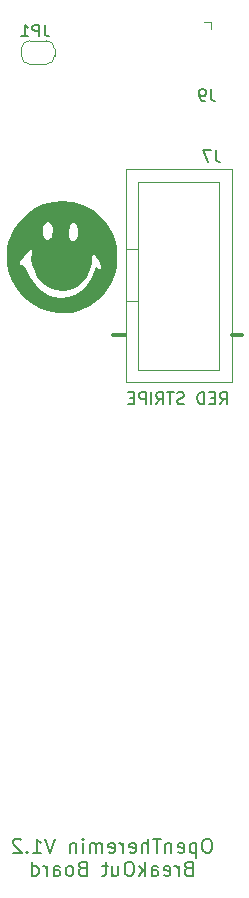
<source format=gbr>
%TF.GenerationSoftware,KiCad,Pcbnew,6.0.11-2627ca5db0~126~ubuntu22.04.1*%
%TF.CreationDate,2024-03-30T06:54:33+01:00*%
%TF.ProjectId,OTBreakOutV1,4f544272-6561-46b4-9f75-7456312e6b69,rev?*%
%TF.SameCoordinates,Original*%
%TF.FileFunction,Legend,Bot*%
%TF.FilePolarity,Positive*%
%FSLAX46Y46*%
G04 Gerber Fmt 4.6, Leading zero omitted, Abs format (unit mm)*
G04 Created by KiCad (PCBNEW 6.0.11-2627ca5db0~126~ubuntu22.04.1) date 2024-03-30 06:54:33*
%MOMM*%
%LPD*%
G01*
G04 APERTURE LIST*
%ADD10C,0.150000*%
%ADD11C,0.300000*%
%ADD12C,0.120000*%
G04 APERTURE END LIST*
D10*
X109091428Y-100982380D02*
X109424761Y-100506190D01*
X109662857Y-100982380D02*
X109662857Y-99982380D01*
X109281904Y-99982380D01*
X109186666Y-100030000D01*
X109139047Y-100077619D01*
X109091428Y-100172857D01*
X109091428Y-100315714D01*
X109139047Y-100410952D01*
X109186666Y-100458571D01*
X109281904Y-100506190D01*
X109662857Y-100506190D01*
X108662857Y-100458571D02*
X108329523Y-100458571D01*
X108186666Y-100982380D02*
X108662857Y-100982380D01*
X108662857Y-99982380D01*
X108186666Y-99982380D01*
X107758095Y-100982380D02*
X107758095Y-99982380D01*
X107520000Y-99982380D01*
X107377142Y-100030000D01*
X107281904Y-100125238D01*
X107234285Y-100220476D01*
X107186666Y-100410952D01*
X107186666Y-100553809D01*
X107234285Y-100744285D01*
X107281904Y-100839523D01*
X107377142Y-100934761D01*
X107520000Y-100982380D01*
X107758095Y-100982380D01*
X106043809Y-100934761D02*
X105900952Y-100982380D01*
X105662857Y-100982380D01*
X105567619Y-100934761D01*
X105519999Y-100887142D01*
X105472380Y-100791904D01*
X105472380Y-100696666D01*
X105519999Y-100601428D01*
X105567619Y-100553809D01*
X105662857Y-100506190D01*
X105853333Y-100458571D01*
X105948571Y-100410952D01*
X105996190Y-100363333D01*
X106043809Y-100268095D01*
X106043809Y-100172857D01*
X105996190Y-100077619D01*
X105948571Y-100030000D01*
X105853333Y-99982380D01*
X105615238Y-99982380D01*
X105472380Y-100030000D01*
X105186666Y-99982380D02*
X104615238Y-99982380D01*
X104900952Y-100982380D02*
X104900952Y-99982380D01*
X103710476Y-100982380D02*
X104043809Y-100506190D01*
X104281904Y-100982380D02*
X104281904Y-99982380D01*
X103900952Y-99982380D01*
X103805714Y-100030000D01*
X103758095Y-100077619D01*
X103710476Y-100172857D01*
X103710476Y-100315714D01*
X103758095Y-100410952D01*
X103805714Y-100458571D01*
X103900952Y-100506190D01*
X104281904Y-100506190D01*
X103281904Y-100982380D02*
X103281904Y-99982380D01*
X102805714Y-100982380D02*
X102805714Y-99982380D01*
X102424761Y-99982380D01*
X102329523Y-100030000D01*
X102281904Y-100077619D01*
X102234285Y-100172857D01*
X102234285Y-100315714D01*
X102281904Y-100410952D01*
X102329523Y-100458571D01*
X102424761Y-100506190D01*
X102805714Y-100506190D01*
X101805714Y-100458571D02*
X101472380Y-100458571D01*
X101329523Y-100982380D02*
X101805714Y-100982380D01*
X101805714Y-99982380D01*
X101329523Y-99982380D01*
X108142857Y-137776857D02*
X107914285Y-137776857D01*
X107800000Y-137834000D01*
X107685714Y-137948285D01*
X107628571Y-138176857D01*
X107628571Y-138576857D01*
X107685714Y-138805428D01*
X107800000Y-138919714D01*
X107914285Y-138976857D01*
X108142857Y-138976857D01*
X108257142Y-138919714D01*
X108371428Y-138805428D01*
X108428571Y-138576857D01*
X108428571Y-138176857D01*
X108371428Y-137948285D01*
X108257142Y-137834000D01*
X108142857Y-137776857D01*
X107114285Y-138176857D02*
X107114285Y-139376857D01*
X107114285Y-138234000D02*
X107000000Y-138176857D01*
X106771428Y-138176857D01*
X106657142Y-138234000D01*
X106600000Y-138291142D01*
X106542857Y-138405428D01*
X106542857Y-138748285D01*
X106600000Y-138862571D01*
X106657142Y-138919714D01*
X106771428Y-138976857D01*
X107000000Y-138976857D01*
X107114285Y-138919714D01*
X105571428Y-138919714D02*
X105685714Y-138976857D01*
X105914285Y-138976857D01*
X106028571Y-138919714D01*
X106085714Y-138805428D01*
X106085714Y-138348285D01*
X106028571Y-138234000D01*
X105914285Y-138176857D01*
X105685714Y-138176857D01*
X105571428Y-138234000D01*
X105514285Y-138348285D01*
X105514285Y-138462571D01*
X106085714Y-138576857D01*
X105000000Y-138176857D02*
X105000000Y-138976857D01*
X105000000Y-138291142D02*
X104942857Y-138234000D01*
X104828571Y-138176857D01*
X104657142Y-138176857D01*
X104542857Y-138234000D01*
X104485714Y-138348285D01*
X104485714Y-138976857D01*
X104085714Y-137776857D02*
X103400000Y-137776857D01*
X103742857Y-138976857D02*
X103742857Y-137776857D01*
X103000000Y-138976857D02*
X103000000Y-137776857D01*
X102485714Y-138976857D02*
X102485714Y-138348285D01*
X102542857Y-138234000D01*
X102657142Y-138176857D01*
X102828571Y-138176857D01*
X102942857Y-138234000D01*
X103000000Y-138291142D01*
X101457142Y-138919714D02*
X101571428Y-138976857D01*
X101800000Y-138976857D01*
X101914285Y-138919714D01*
X101971428Y-138805428D01*
X101971428Y-138348285D01*
X101914285Y-138234000D01*
X101800000Y-138176857D01*
X101571428Y-138176857D01*
X101457142Y-138234000D01*
X101400000Y-138348285D01*
X101400000Y-138462571D01*
X101971428Y-138576857D01*
X100885714Y-138976857D02*
X100885714Y-138176857D01*
X100885714Y-138405428D02*
X100828571Y-138291142D01*
X100771428Y-138234000D01*
X100657142Y-138176857D01*
X100542857Y-138176857D01*
X99685714Y-138919714D02*
X99800000Y-138976857D01*
X100028571Y-138976857D01*
X100142857Y-138919714D01*
X100200000Y-138805428D01*
X100200000Y-138348285D01*
X100142857Y-138234000D01*
X100028571Y-138176857D01*
X99800000Y-138176857D01*
X99685714Y-138234000D01*
X99628571Y-138348285D01*
X99628571Y-138462571D01*
X100200000Y-138576857D01*
X99114285Y-138976857D02*
X99114285Y-138176857D01*
X99114285Y-138291142D02*
X99057142Y-138234000D01*
X98942857Y-138176857D01*
X98771428Y-138176857D01*
X98657142Y-138234000D01*
X98600000Y-138348285D01*
X98600000Y-138976857D01*
X98600000Y-138348285D02*
X98542857Y-138234000D01*
X98428571Y-138176857D01*
X98257142Y-138176857D01*
X98142857Y-138234000D01*
X98085714Y-138348285D01*
X98085714Y-138976857D01*
X97514285Y-138976857D02*
X97514285Y-138176857D01*
X97514285Y-137776857D02*
X97571428Y-137834000D01*
X97514285Y-137891142D01*
X97457142Y-137834000D01*
X97514285Y-137776857D01*
X97514285Y-137891142D01*
X96942857Y-138176857D02*
X96942857Y-138976857D01*
X96942857Y-138291142D02*
X96885714Y-138234000D01*
X96771428Y-138176857D01*
X96600000Y-138176857D01*
X96485714Y-138234000D01*
X96428571Y-138348285D01*
X96428571Y-138976857D01*
X95114285Y-137776857D02*
X94714285Y-138976857D01*
X94314285Y-137776857D01*
X93285714Y-138976857D02*
X93971428Y-138976857D01*
X93628571Y-138976857D02*
X93628571Y-137776857D01*
X93742857Y-137948285D01*
X93857142Y-138062571D01*
X93971428Y-138119714D01*
X92771428Y-138862571D02*
X92714285Y-138919714D01*
X92771428Y-138976857D01*
X92828571Y-138919714D01*
X92771428Y-138862571D01*
X92771428Y-138976857D01*
X92257142Y-137891142D02*
X92200000Y-137834000D01*
X92085714Y-137776857D01*
X91800000Y-137776857D01*
X91685714Y-137834000D01*
X91628571Y-137891142D01*
X91571428Y-138005428D01*
X91571428Y-138119714D01*
X91628571Y-138291142D01*
X92314285Y-138976857D01*
X91571428Y-138976857D01*
X106400000Y-140280285D02*
X106228571Y-140337428D01*
X106171428Y-140394571D01*
X106114285Y-140508857D01*
X106114285Y-140680285D01*
X106171428Y-140794571D01*
X106228571Y-140851714D01*
X106342857Y-140908857D01*
X106800000Y-140908857D01*
X106800000Y-139708857D01*
X106400000Y-139708857D01*
X106285714Y-139766000D01*
X106228571Y-139823142D01*
X106171428Y-139937428D01*
X106171428Y-140051714D01*
X106228571Y-140166000D01*
X106285714Y-140223142D01*
X106400000Y-140280285D01*
X106800000Y-140280285D01*
X105600000Y-140908857D02*
X105600000Y-140108857D01*
X105600000Y-140337428D02*
X105542857Y-140223142D01*
X105485714Y-140166000D01*
X105371428Y-140108857D01*
X105257142Y-140108857D01*
X104400000Y-140851714D02*
X104514285Y-140908857D01*
X104742857Y-140908857D01*
X104857142Y-140851714D01*
X104914285Y-140737428D01*
X104914285Y-140280285D01*
X104857142Y-140166000D01*
X104742857Y-140108857D01*
X104514285Y-140108857D01*
X104400000Y-140166000D01*
X104342857Y-140280285D01*
X104342857Y-140394571D01*
X104914285Y-140508857D01*
X103314285Y-140908857D02*
X103314285Y-140280285D01*
X103371428Y-140166000D01*
X103485714Y-140108857D01*
X103714285Y-140108857D01*
X103828571Y-140166000D01*
X103314285Y-140851714D02*
X103428571Y-140908857D01*
X103714285Y-140908857D01*
X103828571Y-140851714D01*
X103885714Y-140737428D01*
X103885714Y-140623142D01*
X103828571Y-140508857D01*
X103714285Y-140451714D01*
X103428571Y-140451714D01*
X103314285Y-140394571D01*
X102742857Y-140908857D02*
X102742857Y-139708857D01*
X102628571Y-140451714D02*
X102285714Y-140908857D01*
X102285714Y-140108857D02*
X102742857Y-140566000D01*
X101542857Y-139708857D02*
X101314285Y-139708857D01*
X101200000Y-139766000D01*
X101085714Y-139880285D01*
X101028571Y-140108857D01*
X101028571Y-140508857D01*
X101085714Y-140737428D01*
X101200000Y-140851714D01*
X101314285Y-140908857D01*
X101542857Y-140908857D01*
X101657142Y-140851714D01*
X101771428Y-140737428D01*
X101828571Y-140508857D01*
X101828571Y-140108857D01*
X101771428Y-139880285D01*
X101657142Y-139766000D01*
X101542857Y-139708857D01*
X100000000Y-140108857D02*
X100000000Y-140908857D01*
X100514285Y-140108857D02*
X100514285Y-140737428D01*
X100457142Y-140851714D01*
X100342857Y-140908857D01*
X100171428Y-140908857D01*
X100057142Y-140851714D01*
X100000000Y-140794571D01*
X99600000Y-140108857D02*
X99142857Y-140108857D01*
X99428571Y-139708857D02*
X99428571Y-140737428D01*
X99371428Y-140851714D01*
X99257142Y-140908857D01*
X99142857Y-140908857D01*
X97428571Y-140280285D02*
X97257142Y-140337428D01*
X97200000Y-140394571D01*
X97142857Y-140508857D01*
X97142857Y-140680285D01*
X97200000Y-140794571D01*
X97257142Y-140851714D01*
X97371428Y-140908857D01*
X97828571Y-140908857D01*
X97828571Y-139708857D01*
X97428571Y-139708857D01*
X97314285Y-139766000D01*
X97257142Y-139823142D01*
X97200000Y-139937428D01*
X97200000Y-140051714D01*
X97257142Y-140166000D01*
X97314285Y-140223142D01*
X97428571Y-140280285D01*
X97828571Y-140280285D01*
X96457142Y-140908857D02*
X96571428Y-140851714D01*
X96628571Y-140794571D01*
X96685714Y-140680285D01*
X96685714Y-140337428D01*
X96628571Y-140223142D01*
X96571428Y-140166000D01*
X96457142Y-140108857D01*
X96285714Y-140108857D01*
X96171428Y-140166000D01*
X96114285Y-140223142D01*
X96057142Y-140337428D01*
X96057142Y-140680285D01*
X96114285Y-140794571D01*
X96171428Y-140851714D01*
X96285714Y-140908857D01*
X96457142Y-140908857D01*
X95028571Y-140908857D02*
X95028571Y-140280285D01*
X95085714Y-140166000D01*
X95200000Y-140108857D01*
X95428571Y-140108857D01*
X95542857Y-140166000D01*
X95028571Y-140851714D02*
X95142857Y-140908857D01*
X95428571Y-140908857D01*
X95542857Y-140851714D01*
X95600000Y-140737428D01*
X95600000Y-140623142D01*
X95542857Y-140508857D01*
X95428571Y-140451714D01*
X95142857Y-140451714D01*
X95028571Y-140394571D01*
X94457142Y-140908857D02*
X94457142Y-140108857D01*
X94457142Y-140337428D02*
X94400000Y-140223142D01*
X94342857Y-140166000D01*
X94228571Y-140108857D01*
X94114285Y-140108857D01*
X93200000Y-140908857D02*
X93200000Y-139708857D01*
X93200000Y-140851714D02*
X93314285Y-140908857D01*
X93542857Y-140908857D01*
X93657142Y-140851714D01*
X93714285Y-140794571D01*
X93771428Y-140680285D01*
X93771428Y-140337428D01*
X93714285Y-140223142D01*
X93657142Y-140166000D01*
X93542857Y-140108857D01*
X93314285Y-140108857D01*
X93200000Y-140166000D01*
%TO.C,JP1*%
X94283333Y-68852380D02*
X94283333Y-69566666D01*
X94330952Y-69709523D01*
X94426190Y-69804761D01*
X94569047Y-69852380D01*
X94664285Y-69852380D01*
X93807142Y-69852380D02*
X93807142Y-68852380D01*
X93426190Y-68852380D01*
X93330952Y-68900000D01*
X93283333Y-68947619D01*
X93235714Y-69042857D01*
X93235714Y-69185714D01*
X93283333Y-69280952D01*
X93330952Y-69328571D01*
X93426190Y-69376190D01*
X93807142Y-69376190D01*
X92283333Y-69852380D02*
X92854761Y-69852380D01*
X92569047Y-69852380D02*
X92569047Y-68852380D01*
X92664285Y-68995238D01*
X92759523Y-69090476D01*
X92854761Y-69138095D01*
%TO.C,J9*%
X108333333Y-74302380D02*
X108333333Y-75016666D01*
X108380952Y-75159523D01*
X108476190Y-75254761D01*
X108619047Y-75302380D01*
X108714285Y-75302380D01*
X107809523Y-75302380D02*
X107619047Y-75302380D01*
X107523809Y-75254761D01*
X107476190Y-75207142D01*
X107380952Y-75064285D01*
X107333333Y-74873809D01*
X107333333Y-74492857D01*
X107380952Y-74397619D01*
X107428571Y-74350000D01*
X107523809Y-74302380D01*
X107714285Y-74302380D01*
X107809523Y-74350000D01*
X107857142Y-74397619D01*
X107904761Y-74492857D01*
X107904761Y-74730952D01*
X107857142Y-74826190D01*
X107809523Y-74873809D01*
X107714285Y-74921428D01*
X107523809Y-74921428D01*
X107428571Y-74873809D01*
X107380952Y-74826190D01*
X107333333Y-74730952D01*
%TO.C,J7*%
X108733333Y-79452380D02*
X108733333Y-80166666D01*
X108780952Y-80309523D01*
X108876190Y-80404761D01*
X109019047Y-80452380D01*
X109114285Y-80452380D01*
X108352380Y-79452380D02*
X107685714Y-79452380D01*
X108114285Y-80452380D01*
D11*
%TO.C,X1*%
X96933353Y-87690328D02*
X95917353Y-89214328D01*
X95917353Y-87690328D02*
X96933353Y-89214328D01*
X94538496Y-89214328D02*
X95409353Y-89214328D01*
X94973924Y-89214328D02*
X94973924Y-87690328D01*
X95119067Y-87908042D01*
X95264210Y-88053185D01*
X95409353Y-88125757D01*
D12*
%TO.C,JP1*%
X93000000Y-72200000D02*
X94400000Y-72200000D01*
X92300000Y-70900000D02*
X92300000Y-71500000D01*
X94400000Y-70200000D02*
X93000000Y-70200000D01*
X95100000Y-71500000D02*
X95100000Y-70900000D01*
X92300000Y-71500000D02*
G75*
G03*
X93000000Y-72200000I700000J0D01*
G01*
X93000000Y-70200000D02*
G75*
G03*
X92300000Y-70900000I0J-700000D01*
G01*
X94400000Y-72200000D02*
G75*
G03*
X95100000Y-71500000I1J699999D01*
G01*
X95100000Y-70900000D02*
G75*
G03*
X94400000Y-70200000I-699999J1D01*
G01*
%TO.C,J9*%
X108370000Y-68595000D02*
X107735000Y-68595000D01*
X108370000Y-69230000D02*
X108370000Y-68595000D01*
%TO.C,J7*%
X102150000Y-87880000D02*
X101150000Y-87880000D01*
X101150000Y-92280000D02*
X102150000Y-92280000D01*
D11*
X110150000Y-95160000D02*
X110950000Y-95160000D01*
X100050000Y-95160000D02*
X101050000Y-95160000D01*
D12*
X101120000Y-99080000D02*
X110120000Y-99080000D01*
X110120000Y-99080000D02*
X110120000Y-81080000D01*
X110120000Y-81080000D02*
X101120000Y-81080000D01*
X101120000Y-81080000D02*
X101120000Y-99080000D01*
X102150000Y-98060000D02*
X109050000Y-98060000D01*
X109050000Y-98060000D02*
X109050000Y-82160000D01*
X109050000Y-82160000D02*
X102150000Y-82160000D01*
X102150000Y-82160000D02*
X102150000Y-98060000D01*
%TO.C,X1*%
G36*
X100219188Y-90057779D02*
G01*
X99870976Y-90831492D01*
X99390249Y-91531672D01*
X98797211Y-92139638D01*
X98112070Y-92636709D01*
X97355033Y-93004204D01*
X96546306Y-93223443D01*
X96391675Y-93240544D01*
X96108150Y-93258377D01*
X95784306Y-93269266D01*
X95392724Y-93258017D01*
X94577012Y-93116766D01*
X93798067Y-92828970D01*
X93076524Y-92410418D01*
X92433020Y-91876898D01*
X91888191Y-91244198D01*
X91462673Y-90528106D01*
X91177101Y-89744410D01*
X91144532Y-89602079D01*
X91069130Y-89042409D01*
X91068959Y-89037264D01*
X92162206Y-89037264D01*
X92192390Y-89163589D01*
X92348054Y-89204498D01*
X92387700Y-89206799D01*
X92492031Y-89247845D01*
X92597526Y-89361829D01*
X92725626Y-89576666D01*
X92897767Y-89920271D01*
X93064625Y-90238693D01*
X93502375Y-90878120D01*
X94006009Y-91377589D01*
X94564337Y-91724982D01*
X94992449Y-91883987D01*
X95632107Y-91987194D01*
X96252859Y-91935154D01*
X96838270Y-91736537D01*
X97371907Y-91400014D01*
X97837337Y-90934253D01*
X98218126Y-90347925D01*
X98497842Y-89649701D01*
X98526938Y-89554318D01*
X98591726Y-89389595D01*
X98655295Y-89352632D01*
X98746775Y-89416089D01*
X98869425Y-89512028D01*
X99002395Y-89552939D01*
X99058393Y-89472850D01*
X99037052Y-89290582D01*
X98938002Y-89024958D01*
X98760877Y-88694799D01*
X98652493Y-88528089D01*
X98490982Y-88347434D01*
X98375221Y-88329773D01*
X98301876Y-88475722D01*
X98267613Y-88785895D01*
X98248496Y-89025891D01*
X98098613Y-89663376D01*
X97821898Y-90223883D01*
X97436939Y-90692041D01*
X96962327Y-91052479D01*
X96416648Y-91289825D01*
X95818492Y-91388709D01*
X95186446Y-91333759D01*
X95104359Y-91314656D01*
X94540547Y-91087219D01*
X94048748Y-90713904D01*
X93642006Y-90207063D01*
X93333362Y-89579045D01*
X93219282Y-89222948D01*
X93138620Y-88692233D01*
X93190086Y-88206338D01*
X93202954Y-88145983D01*
X93197744Y-87970986D01*
X93105245Y-87928895D01*
X92938999Y-88018767D01*
X92712552Y-88239656D01*
X92486421Y-88506802D01*
X92259537Y-88820133D01*
X92162206Y-89037264D01*
X91068959Y-89037264D01*
X91048587Y-88422552D01*
X91083036Y-87816104D01*
X91172613Y-87296657D01*
X91301554Y-86882830D01*
X91561171Y-86335438D01*
X94136128Y-86335438D01*
X94136262Y-86377823D01*
X94151859Y-86672521D01*
X94202022Y-86851218D01*
X94299066Y-86961211D01*
X94313523Y-86971791D01*
X94461161Y-87062420D01*
X94578967Y-87055436D01*
X94749467Y-86948511D01*
X94774278Y-86930290D01*
X94876374Y-86814651D01*
X94902573Y-86720177D01*
X96303993Y-86720177D01*
X96379951Y-87001388D01*
X96403761Y-87038176D01*
X96575366Y-87147052D01*
X96789951Y-87147596D01*
X96971971Y-87035459D01*
X97004758Y-86985326D01*
X97080633Y-86745641D01*
X97113525Y-86435433D01*
X97099494Y-86126703D01*
X97034598Y-85891455D01*
X96912228Y-85743451D01*
X96732923Y-85651703D01*
X96650380Y-85649492D01*
X96527310Y-85721664D01*
X96417543Y-85925061D01*
X96389505Y-85998561D01*
X96311102Y-86348277D01*
X96308010Y-86362071D01*
X96303993Y-86720177D01*
X94902573Y-86720177D01*
X94925158Y-86638732D01*
X94937639Y-86348277D01*
X94930405Y-86119898D01*
X94873086Y-85794891D01*
X94753144Y-85610135D01*
X94564027Y-85551656D01*
X94429854Y-85569381D01*
X94260945Y-85690863D01*
X94165900Y-85940970D01*
X94136128Y-86335438D01*
X91561171Y-86335438D01*
X91662572Y-86121639D01*
X92148382Y-85447176D01*
X92740040Y-84871297D01*
X93418602Y-84405858D01*
X94165124Y-84062714D01*
X94960661Y-83853721D01*
X95786271Y-83790735D01*
X96623008Y-83885612D01*
X96649605Y-83891335D01*
X97530335Y-84163944D01*
X98317634Y-84572905D01*
X99001181Y-85108488D01*
X99570654Y-85760960D01*
X99965840Y-86435433D01*
X100015734Y-86520588D01*
X100326100Y-87377639D01*
X100387097Y-87698222D01*
X100429519Y-88207266D01*
X100431414Y-88761912D01*
X100393100Y-89295010D01*
X100361804Y-89472850D01*
X100314896Y-89739411D01*
X100219188Y-90057779D01*
G37*
%TD*%
M02*

</source>
